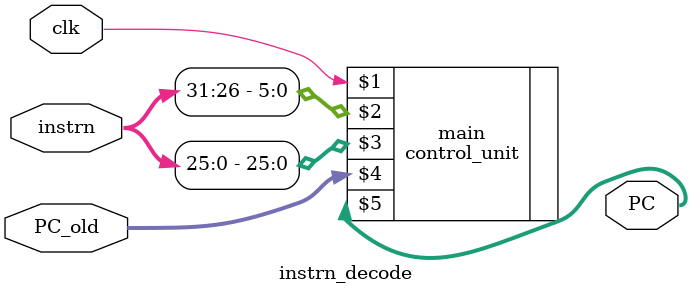
<source format=v>
`timescale 1ns / 1ps
module instrn_decode(
		input clk,
		input [31:0] instrn,
		input [31:0] PC_old,
		output [31:0] PC
    );

	reg [5:0] opCode;
	reg [25:0] data, cycle;
	
	initial begin 
		cycle = 0;
	end

	// Separate the opCode, and data and Call control Unit
	control_unit main(clk,instrn[31:26],instrn[25:0],PC_old, PC);
	
	always @(posedge clk) begin
		// $display($time,"\tIN DECODE(%d) : PC_old = %d, instrn = %b, PC = %d", cycle, PC_old, instrn, PC);
		cycle = cycle + 1; // Calculate the number of clock cycles
	end
endmodule

</source>
